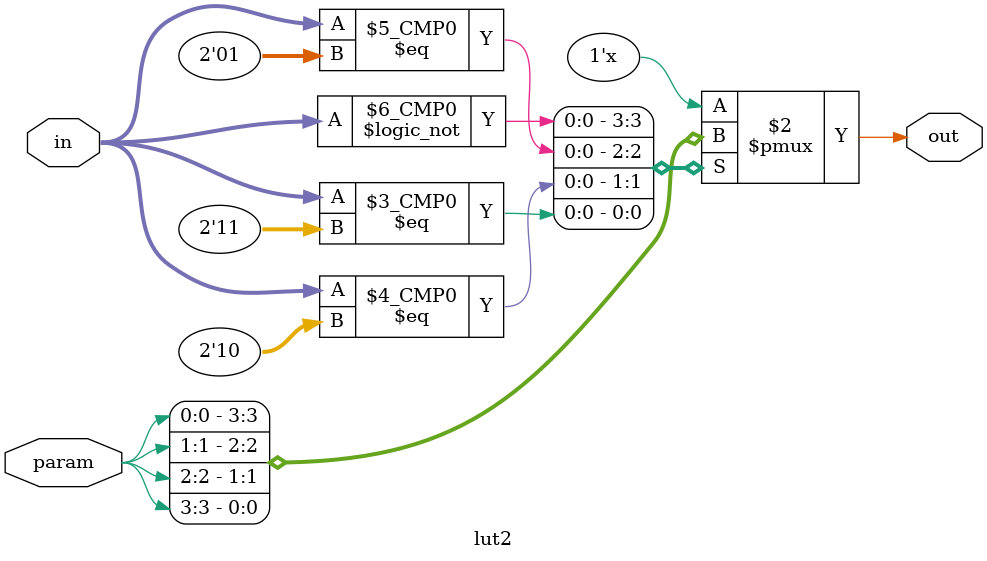
<source format=v>
module lut2(in, param, out);
   input [1:0] in;
   input [3:0] param;
   output      out;
   reg         out;
   
   always @*
     begin
        case(in)
          2'b00: out = param[0];
          2'b01: out = param[1];
          2'b10: out = param[2];
          2'b11: out = param[3];
          default: out = 1'bx;
        endcase // case (in)
     end

endmodule
   

</source>
